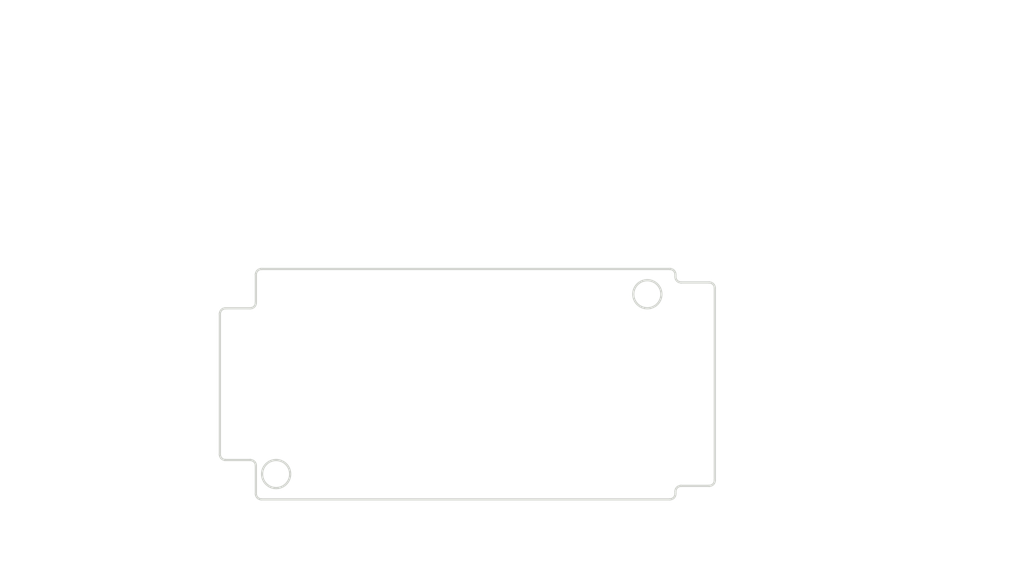
<source format=kicad_pcb>
(kicad_pcb (version 20221018) (generator pcbnew)

  (general
    (thickness 1.6)
  )

  (paper "A4")
  (layers
    (0 "F.Cu" signal)
    (31 "B.Cu" signal)
    (32 "B.Adhes" user "B.Adhesive")
    (33 "F.Adhes" user "F.Adhesive")
    (34 "B.Paste" user)
    (35 "F.Paste" user)
    (36 "B.SilkS" user "B.Silkscreen")
    (37 "F.SilkS" user "F.Silkscreen")
    (38 "B.Mask" user)
    (39 "F.Mask" user)
    (40 "Dwgs.User" user "User.Drawings")
    (41 "Cmts.User" user "User.Comments")
    (42 "Eco1.User" user "User.Eco1")
    (43 "Eco2.User" user "User.Eco2")
    (44 "Edge.Cuts" user)
    (45 "Margin" user)
    (46 "B.CrtYd" user "B.Courtyard")
    (47 "F.CrtYd" user "F.Courtyard")
    (48 "B.Fab" user)
    (49 "F.Fab" user)
  )

  (setup
    (pad_to_mask_clearance 0.051)
    (solder_mask_min_width 0.25)
    (pcbplotparams
      (layerselection 0x00010fc_ffffffff)
      (plot_on_all_layers_selection 0x0000000_00000000)
      (disableapertmacros false)
      (usegerberextensions false)
      (usegerberattributes false)
      (usegerberadvancedattributes false)
      (creategerberjobfile false)
      (dashed_line_dash_ratio 12.000000)
      (dashed_line_gap_ratio 3.000000)
      (svgprecision 4)
      (plotframeref false)
      (viasonmask false)
      (mode 1)
      (useauxorigin false)
      (hpglpennumber 1)
      (hpglpenspeed 20)
      (hpglpendiameter 15.000000)
      (dxfpolygonmode true)
      (dxfimperialunits true)
      (dxfusepcbnewfont true)
      (psnegative false)
      (psa4output false)
      (plotreference true)
      (plotvalue true)
      (plotinvisibletext false)
      (sketchpadsonfab false)
      (subtractmaskfromsilk false)
      (outputformat 1)
      (mirror false)
      (drillshape 1)
      (scaleselection 1)
      (outputdirectory "")
    )
  )

  (net 0 "")

  (gr_line (start 153.790012 92.876606) (end 97.747344 92.876606)
    (stroke (width 0.2) (type solid)) (layer "Dwgs.User") (tstamp 094389e1-d53a-49f5-9233-6caf9b711ccb))
  (gr_line (start 121.700012 108.876606) (end 121.880012 108.876606)
    (stroke (width 0.2) (type solid)) (layer "Dwgs.User") (tstamp 0973866c-9906-4b0d-83ea-20244de45b57))
  (gr_line (start 118.790012 69.971241) (end 146.805587 69.971241)
    (stroke (width 0.2) (type solid)) (layer "Dwgs.User") (tstamp 09880f6f-727a-4c9a-bf1c-2eb759f6c143))
  (gr_line (start 155.290012 75.003685) (end 145.792828 75.003685)
    (stroke (width 0.2) (type solid)) (layer "Dwgs.User") (tstamp 0c93d6cf-665b-4d67-9260-5cd506efcea6))
  (gr_line (start 121.990012 75.003685) (end 137.703605 75.003685)
    (stroke (width 0.2) (type solid)) (layer "Dwgs.User") (tstamp 1b10db2c-ae76-405e-8264-3c0f8d7ceb55))
  (gr_line (start 111.711283 96.126606) (end 111.711283 97.74729)
    (stroke (width 0.2) (type solid)) (layer "Dwgs.User") (tstamp 2fd4086e-116c-403c-a6f0-a406f6c74abe))
  (gr_line (start 101.270194 94.876606) (end 101.270194 97.319171)
    (stroke (width 0.2) (type solid)) (layer "Dwgs.User") (tstamp 33b870f4-aff8-4d83-b790-21759b90deff))
  (gr_line (start 116.790012 93.626606) (end 116.790012 82.073775)
    (stroke (width 0.2) (type solid)) (layer "Dwgs.User") (tstamp 39ca56e0-377c-4e1b-b1ba-36842bc27742))
  (gr_line (start 153.790012 92.876606) (end 98.095194 92.876606)
    (stroke (width 0.2) (type solid)) (layer "Dwgs.User") (tstamp 3b856240-a17b-419f-a333-2645ab7381ea))
  (gr_line (start 100.922344 84.343938) (end 102.922344 84.343938)
    (stroke (width 0.2) (type solid)) (layer "Dwgs.User") (tstamp 415341f9-7003-4a2c-a771-cf6750a69651))
  (gr_line (start 100.922344 88.626606) (end 100.922344 84.343938)
    (stroke (width 0.2) (type solid)) (layer "Dwgs.User") (tstamp 479d5023-b2be-42ca-a6d5-1d0ec09fa0c8))
  (gr_line (start 100.922344 94.876606) (end 100.922344 96.876606)
    (stroke (width 0.2) (type solid)) (layer "Dwgs.User") (tstamp 4b2ce2ad-2ae0-411e-8e56-f014927c83fd))
  (gr_line (start 119.490012 90.626606) (end 97.747344 90.626606)
    (stroke (width 0.2) (type solid)) (layer "Dwgs.User") (tstamp 51edab03-8355-4fa5-b33f-235745a4e6f5))
  (gr_line (start 114.790012 85.248775) (end 112.790012 85.248775)
    (stroke (width 0.2) (type solid)) (layer "Dwgs.User") (tstamp 528e7495-502a-47b5-8a34-27dd187a5068))
  (gr_line (start 157.790012 90.626606) (end 187.432286 90.626606)
    (stroke (width 0.2) (type solid)) (layer "Dwgs.User") (tstamp 5b738de7-7eaa-4f6c-b50c-38fae764c8de))
  (gr_line (start 101.270194 106.876606) (end 101.270194 104.434041)
    (stroke (width 0.2) (type solid)) (layer "Dwgs.User") (tstamp 6e5efe37-f0b6-4a3c-9719-deac520ccfe4))
  (gr_line (start 176.563438 107.926606) (end 176.563438 101.365596)
    (stroke (width 0.2) (type solid)) (layer "Dwgs.User") (tstamp 70490eab-733c-431e-812d-be9e82b64c76))
  (gr_line (start 116.290012 107.626606) (end 108.536283 107.626606)
    (stroke (width 0.2) (type solid)) (layer "Dwgs.User") (tstamp 71b88f5f-0b64-4c24-9f72-5f2a285fabeb))
  (gr_line (start 152.790012 79.790643) (end 152.264158 79.790643)
    (stroke (width 0.2) (type solid)) (layer "Dwgs.User") (tstamp 74a470ea-190f-4d44-a685-188268d7dd98))
  (gr_line (start 128.858366 115.406097) (end 126.858366 115.406097)
    (stroke (width 0.2) (type solid)) (layer "Dwgs.User") (tstamp 79c10fb7-eee4-46a6-a9b3-3e4605849ce2))
  (gr_line (start 116.790012 93.626606) (end 116.790012 66.796241)
    (stroke (width 0.2) (type solid)) (layer "Dwgs.User") (tstamp 8bd97ac6-30bb-4b69-b7c2-a08869ffe97c))
  (gr_line (start 161.290012 109.926606) (end 179.738438 109.926606)
    (stroke (width 0.2) (type solid)) (layer "Dwgs.User") (tstamp 8f01e88e-7400-46aa-9237-0e87c04337ed))
  (gr_line (start 121.790012 108.966606) (end 121.790012 108.786606)
    (stroke (width 0.2) (type solid)) (layer "Dwgs.User") (tstamp 9309a664-6cbf-4dab-89d1-008877f812a2))
  (gr_line (start 116.290012 94.126606) (end 108.536283 94.126606)
    (stroke (width 0.2) (type solid)) (layer "Dwgs.User") (tstamp 9e964e4c-0d39-43dd-8c28-47a8534f1520))
  (gr_line (start 126.858366 115.406097) (end 123.782834 111.443932)
    (stroke (width 0.2) (type solid)) (layer "Dwgs.User") (tstamp a099adb8-e26a-4c62-a308-eedf0c0f2610))
  (gr_line (start 120.790012 108.876606) (end 98.095194 108.876606)
    (stroke (width 0.2) (type solid)) (layer "Dwgs.User") (tstamp a68ef778-1a69-4fc7-896e-1c59d6496d5c))
  (gr_line (start 158.790012 69.971241) (end 154.89481 69.971241)
    (stroke (width 0.2) (type solid)) (layer "Dwgs.User") (tstamp aa1ef4a2-de42-4443-9fda-f6ac7c43dff2))
  (gr_line (start 118.790012 79.790643) (end 144.174935 79.790643)
    (stroke (width 0.2) (type solid)) (layer "Dwgs.User") (tstamp aef748e8-1fc6-4516-8601-eed8231f8a99))
  (gr_line (start 119.990012 90.126606) (end 119.990012 82.073775)
    (stroke (width 0.2) (type solid)) (layer "Dwgs.User") (tstamp b08a0bcb-4e47-46d2-aca0-0f423fc3a76a))
  (gr_line (start 119.990012 90.126606) (end 119.990012 71.828685)
    (stroke (width 0.2) (type solid)) (layer "Dwgs.User") (tstamp b2c9fa65-6a49-47df-9dc9-90466855b709))
  (gr_line (start 176.563438 93.826606) (end 176.563438 94.250726)
    (stroke (width 0.2) (type solid)) (layer "Dwgs.User") (tstamp b891cc10-7ce4-4bf1-9b41-fd336916fb12))
  (gr_line (start 184.257286 92.626606) (end 184.257286 94.819171)
    (stroke (width 0.2) (type solid)) (layer "Dwgs.User") (tstamp ba64cd1f-82f0-4bb8-9be7-53c09137c13c))
  (gr_line (start 184.257286 109.126606) (end 184.257286 101.934041)
    (stroke (width 0.2) (type solid)) (layer "Dwgs.User") (tstamp bba3e348-6c7a-44b3-bccd-8db008c44339))
  (gr_line (start 116.790012 93.626606) (end 116.790012 76.615643)
    (stroke (width 0.2) (type solid)) (layer "Dwgs.User") (tstamp be7ec06a-4808-4668-8b44-2ad56064e056))
  (gr_line (start 157.790012 111.126606) (end 187.432286 111.126606)
    (stroke (width 0.2) (type solid)) (layer "Dwgs.User") (tstamp c7063400-8a58-4985-b931-c6672ecb7818))
  (gr_line (start 157.290012 90.126606) (end 157.290012 71.828685)
    (stroke (width 0.2) (type solid)) (layer "Dwgs.User") (tstamp ca33ccc9-cf58-4ee6-ac83-7132e3cea7f6))
  (gr_line (start 154.790012 91.876606) (end 154.790012 76.615643)
    (stroke (width 0.2) (type solid)) (layer "Dwgs.User") (tstamp d04757b5-4e27-4c3c-b7d5-9a0894084a84))
  (gr_line (start 111.711283 105.626606) (end 111.711283 104.863321)
    (stroke (width 0.2) (type solid)) (layer "Dwgs.User") (tstamp ea0ddb73-89b4-4f47-851f-ba20294882b7))
  (gr_line (start 161.290012 91.826606) (end 179.738438 91.826606)
    (stroke (width 0.2) (type solid)) (layer "Dwgs.User") (tstamp efc50fe9-078e-44a3-a562-0d5b740e113e))
  (gr_line (start 160.790012 91.326606) (end 160.790012 66.796241)
    (stroke (width 0.2) (type solid)) (layer "Dwgs.User") (tstamp f1ba7ad1-6208-4a80-a535-ba0bdbc74a62))
  (gr_line (start 121.990012 85.248775) (end 124.569636 85.248775)
    (stroke (width 0.2) (type solid)) (layer "Dwgs.User") (tstamp f48c2cb6-c022-469f-a681-44d98bf0bb78))
  (gr_line (start 156.790012 90.626606) (end 120.490012 90.626606)
    (stroke (width 0.2) (type solid)) (layer "Edge.Cuts") (tstamp 01fd9830-5748-4e2a-af27-fce98170efb9))
  (gr_arc (start 119.990012 91.126606) (mid 120.136459 90.773053) (end 120.490012 90.626606)
    (stroke (width 0.2) (type solid)) (layer "Edge.Cuts") (tstamp 06adde76-7dbb-4c79-b7aa-c0cfd6e65f60))
  (gr_arc (start 119.490012 107.626606) (mid 119.843565 107.773053) (end 119.990012 108.126606)
    (stroke (width 0.2) (type solid)) (layer "Edge.Cuts") (tstamp 12cf4a6a-63f5-4761-ac15-1cc19dca1b89))
  (gr_arc (start 116.790012 94.626606) (mid 116.936459 94.273053) (end 117.290012 94.126606)
    (stroke (width 0.2) (type solid)) (layer "Edge.Cuts") (tstamp 1adb0c20-ff09-45f9-b1d0-da65d92df047))
  (gr_arc (start 160.790012 109.426606) (mid 160.643565 109.780159) (end 160.290012 109.926606)
    (stroke (width 0.2) (type solid)) (layer "Edge.Cuts") (tstamp 2b50cd69-f2ac-4ba4-9fb1-64bf7501169f))
  (gr_line (start 119.990012 108.126606) (end 119.990012 110.626606)
    (stroke (width 0.2) (type solid)) (layer "Edge.Cuts") (tstamp 34892583-1204-42ba-8b39-26cf8b9f2b3e))
  (gr_arc (start 157.290012 110.626606) (mid 157.143565 110.980159) (end 156.790012 111.126606)
    (stroke (width 0.2) (type solid)) (layer "Edge.Cuts") (tstamp 41ad0273-12e9-418b-8040-edd66719dcf6))
  (gr_line (start 117.290012 107.626606) (end 119.490012 107.626606)
    (stroke (width 0.2) (type solid)) (layer "Edge.Cuts") (tstamp 47002bb5-fd40-48d4-a3d2-72ee1bbafbb9))
  (gr_arc (start 119.990012 93.626606) (mid 119.843565 93.980159) (end 119.490012 94.126606)
    (stroke (width 0.2) (type solid)) (layer "Edge.Cuts") (tstamp 509887ff-f3a9-4de0-b0c8-967215be73f0))
  (gr_line (start 157.790012 109.926606) (end 160.290012 109.926606)
    (stroke (width 0.2) (type solid)) (layer "Edge.Cuts") (tstamp 833600cb-3a05-4163-9c6c-7401a89de63a))
  (gr_line (start 157.290012 91.326606) (end 157.290012 91.126606)
    (stroke (width 0.2) (type solid)) (layer "Edge.Cuts") (tstamp 85587061-efd8-405c-a734-3be30ce07ce9))
  (gr_line (start 116.790012 94.626606) (end 116.790012 107.126606)
    (stroke (width 0.2) (type solid)) (layer "Edge.Cuts") (tstamp 8d7cc615-4691-4328-8751-82907d7d6c5d))
  (gr_arc (start 120.490012 111.126606) (mid 120.136459 110.980159) (end 119.990012 110.626606)
    (stroke (width 0.2) (type solid)) (layer "Edge.Cuts") (tstamp ac3a4916-7dfd-43e3-9472-33720cc5c99b))
  (gr_line (start 160.290012 91.826606) (end 157.790012 91.826606)
    (stroke (width 0.2) (type solid)) (layer "Edge.Cuts") (tstamp aea307bb-c2b2-4f75-919d-a32c6914c53c))
  (gr_line (start 120.490012 111.126606) (end 156.790012 111.126606)
    (stroke (width 0.2) (type solid)) (layer "Edge.Cuts") (tstamp b1c520ed-9820-47ea-bd53-125ac0a3b15d))
  (gr_circle (center 154.790012 92.876606) (end 156.040012 92.876606)
    (stroke (width 0.2) (type solid)) (fill none) (layer "Edge.Cuts") (tstamp c89d7864-5f2c-409e-9399-0029328e0a40))
  (gr_line (start 160.790012 109.426606) (end 160.790012 92.326606)
    (stroke (width 0.2) (type solid)) (layer "Edge.Cuts") (tstamp ca21ba48-14ce-4f8f-a37c-149ba91af01f))
  (gr_arc (start 117.290012 107.626606) (mid 116.936459 107.480159) (end 116.790012 107.126606)
    (stroke (width 0.2) (type solid)) (layer "Edge.Cuts") (tstamp cb819d57-7454-4118-9b51-b1f453eb10f5))
  (gr_arc (start 156.790012 90.626606) (mid 157.143565 90.773053) (end 157.290012 91.126606)
    (stroke (width 0.2) (type solid)) (layer "Edge.Cuts") (tstamp d895050d-b9c3-4225-b44b-d08d4f3f2719))
  (gr_arc (start 157.290012 110.426606) (mid 157.436459 110.073053) (end 157.790012 109.926606)
    (stroke (width 0.2) (type solid)) (layer "Edge.Cuts") (tstamp deac0a5f-d0e9-4fdb-8244-bcb213e0aedd))
  (gr_line (start 119.990012 91.126606) (end 119.990012 93.626606)
    (stroke (width 0.2) (type solid)) (layer "Edge.Cuts") (tstamp f8a98b5d-60d4-4806-8473-7ad76b49a273))
  (gr_arc (start 160.290012 91.826606) (mid 160.643565 91.973053) (end 160.790012 92.326606)
    (stroke (width 0.2) (type solid)) (layer "Edge.Cuts") (tstamp f8d67601-4766-463d-8272-f97bea2c0c7f))
  (gr_arc (start 157.790012 91.826606) (mid 157.436459 91.680159) (end 157.290012 91.326606)
    (stroke (width 0.2) (type solid)) (layer "Edge.Cuts") (tstamp fc64420a-47f4-4a1e-858f-f622480d8aea))
  (gr_circle (center 121.790012 108.876606) (end 123.040012 108.876606)
    (stroke (width 0.2) (type solid)) (fill none) (layer "Edge.Cuts") (tstamp fd527723-e36d-4cfe-b6e8-eeeca261e56e))
  (gr_line (start 119.490012 94.126606) (end 117.290012 94.126606)
    (stroke (width 0.2) (type solid)) (layer "Edge.Cuts") (tstamp fe1a3d71-312c-441c-9f52-2fce1b02b200))
  (gr_line (start 157.290012 110.626606) (end 157.290012 110.426606)
    (stroke (width 0.2) (type solid)) (layer "Edge.Cuts") (tstamp fe369293-fa3d-4492-9599-168f5511c0ba))
  (gr_text "[1.73]" (at 150.850199 71.860702) (layer "Dwgs.User") (tstamp 0d5e54c8-f429-470d-afb4-e29befe4589f)
    (effects (font (size 1.7 1.53) (thickness 0.2125)))
  )
  (gr_text " 3.20" (at 127.953845 83.580221) (layer "Dwgs.User") (tstamp 1a031e11-2148-4297-bc53-c6d4314f9148)
    (effects (font (size 1.7 1.53) (thickness 0.2125)))
  )
  (gr_text "[1.47]" (at 141.748216 76.893146) (layer "Dwgs.User") (tstamp 461a23d3-95e2-479b-b43b-48e80dedaa98)
    (effects (font (size 1.7 1.53) (thickness 0.2125)))
  )
  (gr_text " 18.10" (at 176.563438 96.140187) (layer "Dwgs.User") (tstamp 55c5c676-9ddc-4c81-a213-d3901714a338)
    (effects (font (size 1.7 1.53) (thickness 0.2125)))
  )
  (gr_text " 13.50" (at 111.711283 99.636752) (layer "Dwgs.User") (tstamp 58292e91-e6cc-46f8-8bf5-34c4476f7556)
    (effects (font (size 1.7 1.53) (thickness 0.2125)))
  )
  (gr_text " ∅2.50\n[∅0.10]" (at 133.395235 115.406097) (layer "Dwgs.User") (tstamp 5f91d410-6597-4107-94fa-bda3558d6a15)
    (effects (font (size 1.7 1.53) (thickness 0.2125)))
  )
  (gr_text "[.81]" (at 184.257286 100.266067) (layer "Dwgs.User") (tstamp 826a5df6-2a39-40a2-a634-2313ee98420f)
    (effects (font (size 1.7 1.53) (thickness 0.2125)))
  )
  (gr_text " 37.30" (at 141.748216 73.335131) (layer "Dwgs.User") (tstamp 94e58b3d-dde7-4c7e-85f0-3098da65901a)
    (effects (font (size 1.7 1.53) (thickness 0.2125)))
  )
  (gr_text "[.71]" (at 176.563438 99.697622) (layer "Dwgs.User") (tstamp 9aafc89b-8230-410e-8305-c2b50ff34159)
    (effects (font (size 1.7 1.53) (thickness 0.2125)))
  )
  (gr_text "[.09]" (at 106.31583 86.233399) (layer "Dwgs.User") (tstamp 9b7e74a6-c027-460f-8adb-ddfb46f227f5)
    (effects (font (size 1.7 1.53) (thickness 0.2125)))
  )
  (gr_text " 38.00" (at 148.219547 78.122089) (layer "Dwgs.User") (tstamp b3149735-7b43-4846-a8db-654b3578c1ae)
    (effects (font (size 1.7 1.53) (thickness 0.2125)))
  )
  (gr_text "[.13]" (at 127.953845 87.138236) (layer "Dwgs.User") (tstamp c4f3027b-21e9-468f-b374-22db3ffc5e31)
    (effects (font (size 1.7 1.53) (thickness 0.2125)))
  )
  (gr_text "[1.50]" (at 148.219547 81.680104) (layer "Dwgs.User") (tstamp c856487f-6ef6-4a54-ad52-bff15119823d)
    (effects (font (size 1.7 1.53) (thickness 0.2125)))
  )
  (gr_text "[.53]" (at 111.711283 103.194767) (layer "Dwgs.User") (tstamp d2def76f-97a4-41a8-8370-ecaf69b0052b)
    (effects (font (size 1.7 1.53) (thickness 0.2125)))
  )
  (gr_text " 16.00" (at 101.270194 99.208632) (layer "Dwgs.User") (tstamp d5f12764-f3ef-49be-9113-9f193304415c)
    (effects (font (size 1.7 1.53) (thickness 0.2125)))
  )
  (gr_text "[.63]" (at 101.270194 102.766067) (layer "Dwgs.User") (tstamp da1761b7-b76a-4dee-b762-69ce5b38aea8)
    (effects (font (size 1.7 1.53) (thickness 0.2125)))
  )
  (gr_text " 44.00" (at 150.850199 68.303267) (layer "Dwgs.User") (tstamp e45383ef-58d2-4c91-9d3b-e0f39d16cc94)
    (effects (font (size 1.7 1.53) (thickness 0.2125)))
  )
  (gr_text " 20.50" (at 184.257286 96.708632) (layer "Dwgs.User") (tstamp f39a09c4-0357-49d5-b768-302a823176bc)
    (effects (font (size 1.7 1.53) (thickness 0.2125)))
  )
  (gr_text " 2.25" (at 106.31583 82.675963) (layer "Dwgs.User") (tstamp fc9b8703-ebf6-4643-b443-06847ef8d61a)
    (effects (font (size 1.7 1.53) (thickness 0.2125)))
  )

)

</source>
